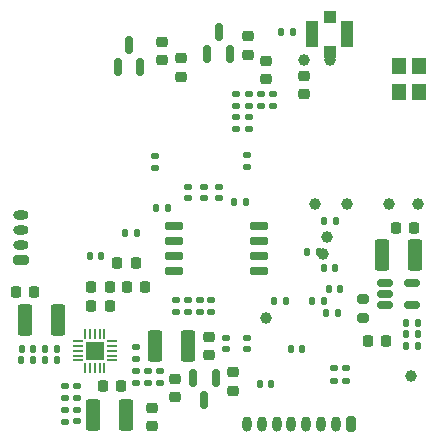
<source format=gbr>
%TF.GenerationSoftware,KiCad,Pcbnew,6.0.7*%
%TF.CreationDate,2022-11-09T14:03:12+03:00*%
%TF.ProjectId,camera_v3s,63616d65-7261-45f7-9633-732e6b696361,rev?*%
%TF.SameCoordinates,Original*%
%TF.FileFunction,Soldermask,Bot*%
%TF.FilePolarity,Negative*%
%FSLAX46Y46*%
G04 Gerber Fmt 4.6, Leading zero omitted, Abs format (unit mm)*
G04 Created by KiCad (PCBNEW 6.0.7) date 2022-11-09 14:03:12*
%MOMM*%
%LPD*%
G01*
G04 APERTURE LIST*
G04 Aperture macros list*
%AMRoundRect*
0 Rectangle with rounded corners*
0 $1 Rounding radius*
0 $2 $3 $4 $5 $6 $7 $8 $9 X,Y pos of 4 corners*
0 Add a 4 corners polygon primitive as box body*
4,1,4,$2,$3,$4,$5,$6,$7,$8,$9,$2,$3,0*
0 Add four circle primitives for the rounded corners*
1,1,$1+$1,$2,$3*
1,1,$1+$1,$4,$5*
1,1,$1+$1,$6,$7*
1,1,$1+$1,$8,$9*
0 Add four rect primitives between the rounded corners*
20,1,$1+$1,$2,$3,$4,$5,0*
20,1,$1+$1,$4,$5,$6,$7,0*
20,1,$1+$1,$6,$7,$8,$9,0*
20,1,$1+$1,$8,$9,$2,$3,0*%
G04 Aperture macros list end*
%ADD10C,1.000000*%
%ADD11R,1.200000X1.400000*%
%ADD12RoundRect,0.225000X0.250000X-0.225000X0.250000X0.225000X-0.250000X0.225000X-0.250000X-0.225000X0*%
%ADD13RoundRect,0.135000X0.185000X-0.135000X0.185000X0.135000X-0.185000X0.135000X-0.185000X-0.135000X0*%
%ADD14RoundRect,0.135000X-0.185000X0.135000X-0.185000X-0.135000X0.185000X-0.135000X0.185000X0.135000X0*%
%ADD15RoundRect,0.200000X-0.275000X0.200000X-0.275000X-0.200000X0.275000X-0.200000X0.275000X0.200000X0*%
%ADD16RoundRect,0.140000X-0.140000X-0.170000X0.140000X-0.170000X0.140000X0.170000X-0.140000X0.170000X0*%
%ADD17RoundRect,0.140000X0.170000X-0.140000X0.170000X0.140000X-0.170000X0.140000X-0.170000X-0.140000X0*%
%ADD18RoundRect,0.225000X0.225000X0.250000X-0.225000X0.250000X-0.225000X-0.250000X0.225000X-0.250000X0*%
%ADD19RoundRect,0.135000X-0.135000X-0.185000X0.135000X-0.185000X0.135000X0.185000X-0.135000X0.185000X0*%
%ADD20RoundRect,0.135000X0.135000X0.185000X-0.135000X0.185000X-0.135000X-0.185000X0.135000X-0.185000X0*%
%ADD21RoundRect,0.140000X0.140000X0.170000X-0.140000X0.170000X-0.140000X-0.170000X0.140000X-0.170000X0*%
%ADD22RoundRect,0.140000X-0.170000X0.140000X-0.170000X-0.140000X0.170000X-0.140000X0.170000X0.140000X0*%
%ADD23RoundRect,0.250000X-0.375000X-1.075000X0.375000X-1.075000X0.375000X1.075000X-0.375000X1.075000X0*%
%ADD24RoundRect,0.150000X-0.512500X-0.150000X0.512500X-0.150000X0.512500X0.150000X-0.512500X0.150000X0*%
%ADD25RoundRect,0.225000X-0.225000X-0.250000X0.225000X-0.250000X0.225000X0.250000X-0.225000X0.250000X0*%
%ADD26RoundRect,0.150000X-0.150000X0.587500X-0.150000X-0.587500X0.150000X-0.587500X0.150000X0.587500X0*%
%ADD27RoundRect,0.225000X-0.250000X0.225000X-0.250000X-0.225000X0.250000X-0.225000X0.250000X0.225000X0*%
%ADD28RoundRect,0.200000X0.450000X-0.200000X0.450000X0.200000X-0.450000X0.200000X-0.450000X-0.200000X0*%
%ADD29O,1.300000X0.800000*%
%ADD30RoundRect,0.150000X0.150000X-0.587500X0.150000X0.587500X-0.150000X0.587500X-0.150000X-0.587500X0*%
%ADD31O,0.800000X1.300000*%
%ADD32RoundRect,0.200000X0.200000X0.450000X-0.200000X0.450000X-0.200000X-0.450000X0.200000X-0.450000X0*%
%ADD33R,1.650000X1.650000*%
%ADD34RoundRect,0.050000X-0.050000X-0.375000X0.050000X-0.375000X0.050000X0.375000X-0.050000X0.375000X0*%
%ADD35RoundRect,0.050000X-0.375000X-0.050000X0.375000X-0.050000X0.375000X0.050000X-0.375000X0.050000X0*%
%ADD36RoundRect,0.250000X0.375000X1.075000X-0.375000X1.075000X-0.375000X-1.075000X0.375000X-1.075000X0*%
%ADD37RoundRect,0.150000X0.650000X0.150000X-0.650000X0.150000X-0.650000X-0.150000X0.650000X-0.150000X0*%
%ADD38R,1.000000X1.000000*%
%ADD39R,1.050000X2.200000*%
G04 APERTURE END LIST*
D10*
%TO.C,TP8*%
X35700000Y-31350000D03*
%TD*%
D11*
%TO.C,Y3*%
X34650000Y-5100000D03*
X34650000Y-7300000D03*
X36350000Y-7300000D03*
X36350000Y-5100000D03*
%TD*%
D12*
%TO.C,C61*%
X26600000Y-7475000D03*
X26600000Y-5925000D03*
%TD*%
D13*
%TO.C,R34*%
X20850000Y-9390000D03*
X20850000Y-10410000D03*
%TD*%
D14*
%TO.C,R31*%
X20850000Y-7490000D03*
X20850000Y-8510000D03*
%TD*%
D13*
%TO.C,R30*%
X21950000Y-10410000D03*
X21950000Y-9390000D03*
%TD*%
D14*
%TO.C,R29*%
X21950000Y-7490000D03*
X21950000Y-8510000D03*
%TD*%
D15*
%TO.C,R37*%
X31600000Y-26425000D03*
X31600000Y-24775000D03*
%TD*%
D10*
%TO.C,TP1*%
X23400000Y-26400000D03*
%TD*%
D16*
%TO.C,C57*%
X29280000Y-22200000D03*
X28320000Y-22200000D03*
%TD*%
%TO.C,C55*%
X23880000Y-32000000D03*
X22920000Y-32000000D03*
%TD*%
D17*
%TO.C,C54*%
X16800000Y-25880000D03*
X16800000Y-24920000D03*
%TD*%
D16*
%TO.C,C44*%
X26480000Y-29000000D03*
X25520000Y-29000000D03*
%TD*%
D17*
%TO.C,C53*%
X20000000Y-28120000D03*
X20000000Y-29080000D03*
%TD*%
%TO.C,C52*%
X21800000Y-28120000D03*
X21800000Y-29080000D03*
%TD*%
D16*
%TO.C,C50*%
X14120000Y-17100000D03*
X15080000Y-17100000D03*
%TD*%
D18*
%TO.C,C22*%
X11625000Y-23800000D03*
X13175000Y-23800000D03*
%TD*%
%TO.C,C17*%
X10825000Y-21800000D03*
X12375000Y-21800000D03*
%TD*%
D14*
%TO.C,R4*%
X12400000Y-30890000D03*
X12400000Y-31910000D03*
%TD*%
D13*
%TO.C,R32*%
X30200000Y-31710000D03*
X30200000Y-30690000D03*
%TD*%
D19*
%TO.C,R28*%
X35290000Y-27800000D03*
X36310000Y-27800000D03*
%TD*%
%TO.C,R27*%
X35290000Y-26800000D03*
X36310000Y-26800000D03*
%TD*%
%TO.C,R25*%
X29310000Y-18200000D03*
X28290000Y-18200000D03*
%TD*%
D13*
%TO.C,R23*%
X23000000Y-7490000D03*
X23000000Y-8510000D03*
%TD*%
%TO.C,R22*%
X24000000Y-7490000D03*
X24000000Y-8510000D03*
%TD*%
D20*
%TO.C,R21*%
X25710000Y-2200000D03*
X24690000Y-2200000D03*
%TD*%
D19*
%TO.C,R17*%
X28310000Y-25000000D03*
X27290000Y-25000000D03*
%TD*%
D14*
%TO.C,R16*%
X29200000Y-31710000D03*
X29200000Y-30690000D03*
%TD*%
D13*
%TO.C,R14*%
X15800000Y-24890000D03*
X15800000Y-25910000D03*
%TD*%
D20*
%TO.C,R13*%
X36310000Y-28800000D03*
X35290000Y-28800000D03*
%TD*%
D19*
%TO.C,R12*%
X27910000Y-20800000D03*
X26890000Y-20800000D03*
%TD*%
%TO.C,R10*%
X21710000Y-16600000D03*
X20690000Y-16600000D03*
%TD*%
D13*
%TO.C,R9*%
X6400000Y-34170000D03*
X6400000Y-35190000D03*
%TD*%
D19*
%TO.C,R8*%
X3710000Y-30000000D03*
X2690000Y-30000000D03*
%TD*%
D14*
%TO.C,R7*%
X14400000Y-31910000D03*
X14400000Y-30890000D03*
%TD*%
%TO.C,R6*%
X6400000Y-33190000D03*
X6400000Y-32170000D03*
%TD*%
D20*
%TO.C,R5*%
X4690000Y-30000000D03*
X5710000Y-30000000D03*
%TD*%
D13*
%TO.C,R3*%
X7400000Y-32170000D03*
X7400000Y-33190000D03*
%TD*%
D19*
%TO.C,R2*%
X5710000Y-29000000D03*
X4690000Y-29000000D03*
%TD*%
D14*
%TO.C,R1*%
X12400000Y-28890000D03*
X12400000Y-29910000D03*
%TD*%
D17*
%TO.C,C46*%
X17800000Y-24920000D03*
X17800000Y-25880000D03*
%TD*%
D21*
%TO.C,C37*%
X24120000Y-25000000D03*
X25080000Y-25000000D03*
%TD*%
D17*
%TO.C,C36*%
X18800000Y-25880000D03*
X18800000Y-24920000D03*
%TD*%
D22*
%TO.C,C35*%
X16800000Y-16280000D03*
X16800000Y-15320000D03*
%TD*%
D17*
%TO.C,C32*%
X14000000Y-12720000D03*
X14000000Y-13680000D03*
%TD*%
D22*
%TO.C,C31*%
X19400000Y-16280000D03*
X19400000Y-15320000D03*
%TD*%
D16*
%TO.C,C28*%
X29680000Y-24000000D03*
X28720000Y-24000000D03*
%TD*%
D22*
%TO.C,C26*%
X18200000Y-16280000D03*
X18200000Y-15320000D03*
%TD*%
D21*
%TO.C,C25*%
X11520000Y-19200000D03*
X12480000Y-19200000D03*
%TD*%
D16*
%TO.C,C24*%
X9480000Y-21200000D03*
X8520000Y-21200000D03*
%TD*%
D17*
%TO.C,C20*%
X21800000Y-12640000D03*
X21800000Y-13600000D03*
%TD*%
D16*
%TO.C,C16*%
X29480000Y-26000000D03*
X28520000Y-26000000D03*
%TD*%
D17*
%TO.C,C6*%
X7400000Y-34200000D03*
X7400000Y-35160000D03*
%TD*%
D16*
%TO.C,C5*%
X3680000Y-29000000D03*
X2720000Y-29000000D03*
%TD*%
D22*
%TO.C,C4*%
X13400000Y-31880000D03*
X13400000Y-30920000D03*
%TD*%
D23*
%TO.C,L4*%
X36000000Y-21120000D03*
X33200000Y-21120000D03*
%TD*%
D24*
%TO.C,DA5*%
X35737500Y-25350000D03*
X35737500Y-23450000D03*
X33462500Y-23450000D03*
X33462500Y-24400000D03*
X33462500Y-25350000D03*
%TD*%
D18*
%TO.C,C41*%
X35975000Y-18800000D03*
X34425000Y-18800000D03*
%TD*%
D25*
%TO.C,C38*%
X33575000Y-28400000D03*
X32025000Y-28400000D03*
%TD*%
D10*
%TO.C,TP4*%
X28200000Y-21000000D03*
%TD*%
%TO.C,TP3*%
X28600000Y-19600000D03*
%TD*%
D26*
%TO.C,DA4*%
X18200000Y-33337500D03*
X19150000Y-31462500D03*
X17250000Y-31462500D03*
%TD*%
D27*
%TO.C,C34*%
X20600000Y-32575000D03*
X20600000Y-31025000D03*
%TD*%
D12*
%TO.C,C29*%
X15700000Y-31575000D03*
X15700000Y-33125000D03*
%TD*%
D28*
%TO.C,J4*%
X2650000Y-21475000D03*
D29*
X2650000Y-20225000D03*
X2650000Y-18975000D03*
X2650000Y-17725000D03*
%TD*%
D27*
%TO.C,C11*%
X21900000Y-4112500D03*
X21900000Y-2562500D03*
%TD*%
D30*
%TO.C,DA2*%
X20350000Y-4037500D03*
X18450000Y-4037500D03*
X19400000Y-2162500D03*
%TD*%
D12*
%TO.C,C14*%
X23400000Y-4625000D03*
X23400000Y-6175000D03*
%TD*%
D31*
%TO.C,J3*%
X21825000Y-35350000D03*
X23075000Y-35350000D03*
X24325000Y-35350000D03*
X25575000Y-35350000D03*
X26825000Y-35350000D03*
X28075000Y-35350000D03*
X29325000Y-35350000D03*
D32*
X30575000Y-35350000D03*
%TD*%
D30*
%TO.C,DA3*%
X12750000Y-5137500D03*
X10850000Y-5137500D03*
X11800000Y-3262500D03*
%TD*%
D33*
%TO.C,DA1*%
X8924750Y-29200000D03*
D34*
X8124750Y-30650000D03*
X8524750Y-30650000D03*
X8924750Y-30650000D03*
X9324750Y-30650000D03*
X9724750Y-30650000D03*
D35*
X10374750Y-30000000D03*
X10374750Y-29600000D03*
X10374750Y-29200000D03*
X10374750Y-28800000D03*
X10374750Y-28400000D03*
D34*
X9724750Y-27750000D03*
X9324750Y-27750000D03*
X8924750Y-27750000D03*
X8524750Y-27750000D03*
X8124750Y-27750000D03*
D35*
X7474750Y-28400000D03*
X7474750Y-28800000D03*
X7474750Y-29200000D03*
X7474750Y-29600000D03*
X7474750Y-30000000D03*
%TD*%
D25*
%TO.C,C7*%
X9625000Y-32200000D03*
X11175000Y-32200000D03*
%TD*%
D27*
%TO.C,C12*%
X14600000Y-3025000D03*
X14600000Y-4575000D03*
%TD*%
D10*
%TO.C,TP13*%
X28800000Y-4600000D03*
%TD*%
D36*
%TO.C,L1*%
X16800000Y-28800000D03*
X14000000Y-28800000D03*
%TD*%
D10*
%TO.C,TP12*%
X27600000Y-16800000D03*
%TD*%
D23*
%TO.C,L2*%
X3000000Y-26600000D03*
X5800000Y-26600000D03*
%TD*%
D12*
%TO.C,C3*%
X13800000Y-35575000D03*
X13800000Y-34025000D03*
%TD*%
D37*
%TO.C,DD2*%
X15600000Y-18595000D03*
X15600000Y-19865000D03*
X15600000Y-21135000D03*
X15600000Y-22405000D03*
X22800000Y-22405000D03*
X22800000Y-21135000D03*
X22800000Y-19865000D03*
X22800000Y-18595000D03*
%TD*%
D12*
%TO.C,C1*%
X18600000Y-28025000D03*
X18600000Y-29575000D03*
%TD*%
D10*
%TO.C,TP11*%
X33800000Y-16800000D03*
%TD*%
D12*
%TO.C,C15*%
X16200000Y-5975000D03*
X16200000Y-4425000D03*
%TD*%
D10*
%TO.C,TP14*%
X26600000Y-4600000D03*
%TD*%
D36*
%TO.C,L3*%
X8800000Y-34600000D03*
X11600000Y-34600000D03*
%TD*%
D18*
%TO.C,C2*%
X3775000Y-24200000D03*
X2225000Y-24200000D03*
%TD*%
D38*
%TO.C,X2*%
X28800000Y-3900000D03*
D39*
X27325000Y-2400000D03*
X30275000Y-2400000D03*
D38*
X28800000Y-900000D03*
%TD*%
D25*
%TO.C,C10*%
X8625000Y-23800000D03*
X10175000Y-23800000D03*
%TD*%
D10*
%TO.C,TP9*%
X36300000Y-16800000D03*
%TD*%
D25*
%TO.C,C8*%
X8625000Y-25400000D03*
X10175000Y-25400000D03*
%TD*%
D10*
%TO.C,TP10*%
X30300000Y-16800000D03*
%TD*%
M02*

</source>
